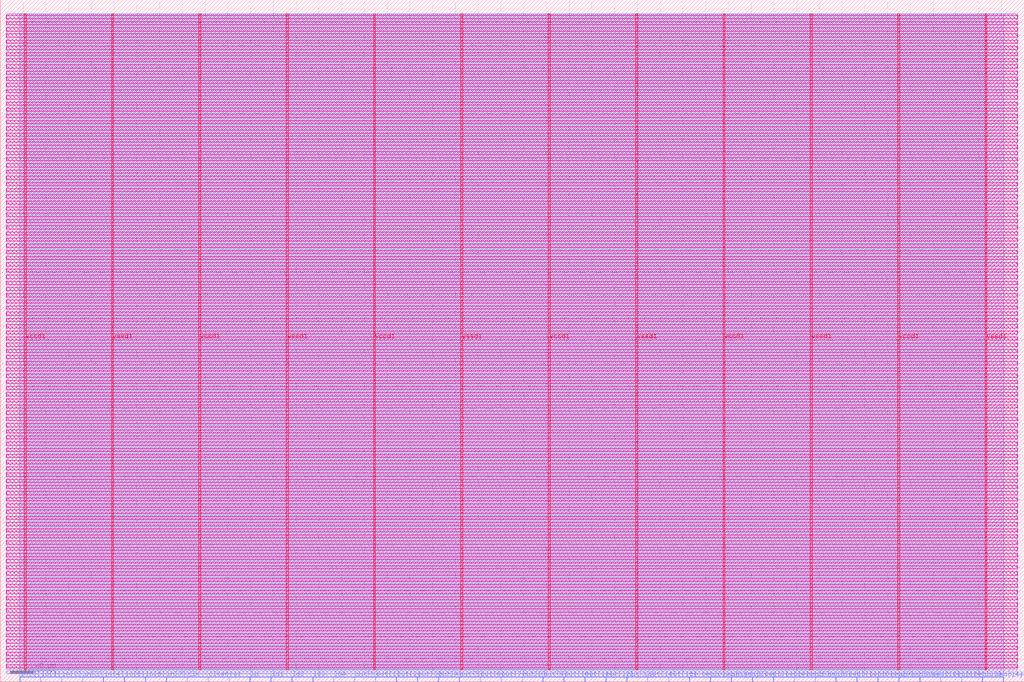
<source format=lef>
VERSION 5.7 ;
  NOWIREEXTENSIONATPIN ON ;
  DIVIDERCHAR "/" ;
  BUSBITCHARS "[]" ;
MACRO mac
  CLASS BLOCK ;
  FOREIGN mac ;
  ORIGIN 0.000 0.000 ;
  SIZE 900.000 BY 600.000 ;
  PIN clk
    DIRECTION INPUT ;
    USE SIGNAL ;
    PORT
      LAYER met2 ;
        RECT 164.310 0.000 164.590 4.000 ;
    END
  END clk
  PIN clken
    DIRECTION INPUT ;
    USE SIGNAL ;
    PORT
      LAYER met2 ;
        RECT 182.710 0.000 182.990 4.000 ;
    END
  END clken
  PIN in[0]
    DIRECTION INPUT ;
    USE SIGNAL ;
    PORT
      LAYER met2 ;
        RECT 17.110 0.000 17.390 4.000 ;
    END
  END in[0]
  PIN in[1]
    DIRECTION INPUT ;
    USE SIGNAL ;
    PORT
      LAYER met2 ;
        RECT 35.510 0.000 35.790 4.000 ;
    END
  END in[1]
  PIN in[2]
    DIRECTION INPUT ;
    USE SIGNAL ;
    PORT
      LAYER met2 ;
        RECT 53.910 0.000 54.190 4.000 ;
    END
  END in[2]
  PIN in[3]
    DIRECTION INPUT ;
    USE SIGNAL ;
    PORT
      LAYER met2 ;
        RECT 72.310 0.000 72.590 4.000 ;
    END
  END in[3]
  PIN in[4]
    DIRECTION INPUT ;
    USE SIGNAL ;
    PORT
      LAYER met2 ;
        RECT 90.710 0.000 90.990 4.000 ;
    END
  END in[4]
  PIN in[5]
    DIRECTION INPUT ;
    USE SIGNAL ;
    PORT
      LAYER met2 ;
        RECT 109.110 0.000 109.390 4.000 ;
    END
  END in[5]
  PIN in[6]
    DIRECTION INPUT ;
    USE SIGNAL ;
    PORT
      LAYER met2 ;
        RECT 127.510 0.000 127.790 4.000 ;
    END
  END in[6]
  PIN in[7]
    DIRECTION INPUT ;
    USE SIGNAL ;
    PORT
      LAYER met2 ;
        RECT 145.910 0.000 146.190 4.000 ;
    END
  END in[7]
  PIN io_oeb[0]
    DIRECTION OUTPUT TRISTATE ;
    USE SIGNAL ;
    PORT
      LAYER met2 ;
        RECT 605.910 0.000 606.190 4.000 ;
    END
  END io_oeb[0]
  PIN io_oeb[10]
    DIRECTION OUTPUT TRISTATE ;
    USE SIGNAL ;
    PORT
      LAYER met2 ;
        RECT 789.910 0.000 790.190 4.000 ;
    END
  END io_oeb[10]
  PIN io_oeb[11]
    DIRECTION OUTPUT TRISTATE ;
    USE SIGNAL ;
    PORT
      LAYER met2 ;
        RECT 808.310 0.000 808.590 4.000 ;
    END
  END io_oeb[11]
  PIN io_oeb[12]
    DIRECTION OUTPUT TRISTATE ;
    USE SIGNAL ;
    PORT
      LAYER met2 ;
        RECT 826.710 0.000 826.990 4.000 ;
    END
  END io_oeb[12]
  PIN io_oeb[13]
    DIRECTION OUTPUT TRISTATE ;
    USE SIGNAL ;
    PORT
      LAYER met2 ;
        RECT 845.110 0.000 845.390 4.000 ;
    END
  END io_oeb[13]
  PIN io_oeb[14]
    DIRECTION OUTPUT TRISTATE ;
    USE SIGNAL ;
    PORT
      LAYER met2 ;
        RECT 863.510 0.000 863.790 4.000 ;
    END
  END io_oeb[14]
  PIN io_oeb[15]
    DIRECTION OUTPUT TRISTATE ;
    USE SIGNAL ;
    PORT
      LAYER met2 ;
        RECT 881.910 0.000 882.190 4.000 ;
    END
  END io_oeb[15]
  PIN io_oeb[1]
    DIRECTION OUTPUT TRISTATE ;
    USE SIGNAL ;
    PORT
      LAYER met2 ;
        RECT 624.310 0.000 624.590 4.000 ;
    END
  END io_oeb[1]
  PIN io_oeb[2]
    DIRECTION OUTPUT TRISTATE ;
    USE SIGNAL ;
    PORT
      LAYER met2 ;
        RECT 642.710 0.000 642.990 4.000 ;
    END
  END io_oeb[2]
  PIN io_oeb[3]
    DIRECTION OUTPUT TRISTATE ;
    USE SIGNAL ;
    PORT
      LAYER met2 ;
        RECT 661.110 0.000 661.390 4.000 ;
    END
  END io_oeb[3]
  PIN io_oeb[4]
    DIRECTION OUTPUT TRISTATE ;
    USE SIGNAL ;
    PORT
      LAYER met2 ;
        RECT 679.510 0.000 679.790 4.000 ;
    END
  END io_oeb[4]
  PIN io_oeb[5]
    DIRECTION OUTPUT TRISTATE ;
    USE SIGNAL ;
    PORT
      LAYER met2 ;
        RECT 697.910 0.000 698.190 4.000 ;
    END
  END io_oeb[5]
  PIN io_oeb[6]
    DIRECTION OUTPUT TRISTATE ;
    USE SIGNAL ;
    PORT
      LAYER met2 ;
        RECT 716.310 0.000 716.590 4.000 ;
    END
  END io_oeb[6]
  PIN io_oeb[7]
    DIRECTION OUTPUT TRISTATE ;
    USE SIGNAL ;
    PORT
      LAYER met2 ;
        RECT 734.710 0.000 734.990 4.000 ;
    END
  END io_oeb[7]
  PIN io_oeb[8]
    DIRECTION OUTPUT TRISTATE ;
    USE SIGNAL ;
    PORT
      LAYER met2 ;
        RECT 753.110 0.000 753.390 4.000 ;
    END
  END io_oeb[8]
  PIN io_oeb[9]
    DIRECTION OUTPUT TRISTATE ;
    USE SIGNAL ;
    PORT
      LAYER met2 ;
        RECT 771.510 0.000 771.790 4.000 ;
    END
  END io_oeb[9]
  PIN ld
    DIRECTION INPUT ;
    USE SIGNAL ;
    PORT
      LAYER met2 ;
        RECT 219.510 0.000 219.790 4.000 ;
    END
  END ld
  PIN ld1
    DIRECTION INPUT ;
    USE SIGNAL ;
    PORT
      LAYER met2 ;
        RECT 237.910 0.000 238.190 4.000 ;
    END
  END ld1
  PIN ld2
    DIRECTION INPUT ;
    USE SIGNAL ;
    PORT
      LAYER met2 ;
        RECT 256.310 0.000 256.590 4.000 ;
    END
  END ld2
  PIN ld3
    DIRECTION INPUT ;
    USE SIGNAL ;
    PORT
      LAYER met2 ;
        RECT 274.710 0.000 274.990 4.000 ;
    END
  END ld3
  PIN ld4
    DIRECTION INPUT ;
    USE SIGNAL ;
    PORT
      LAYER met2 ;
        RECT 293.110 0.000 293.390 4.000 ;
    END
  END ld4
  PIN out[0]
    DIRECTION OUTPUT TRISTATE ;
    USE SIGNAL ;
    PORT
      LAYER met2 ;
        RECT 311.510 0.000 311.790 4.000 ;
    END
  END out[0]
  PIN out[10]
    DIRECTION OUTPUT TRISTATE ;
    USE SIGNAL ;
    PORT
      LAYER met2 ;
        RECT 495.510 0.000 495.790 4.000 ;
    END
  END out[10]
  PIN out[11]
    DIRECTION OUTPUT TRISTATE ;
    USE SIGNAL ;
    PORT
      LAYER met2 ;
        RECT 513.910 0.000 514.190 4.000 ;
    END
  END out[11]
  PIN out[12]
    DIRECTION OUTPUT TRISTATE ;
    USE SIGNAL ;
    PORT
      LAYER met2 ;
        RECT 532.310 0.000 532.590 4.000 ;
    END
  END out[12]
  PIN out[13]
    DIRECTION OUTPUT TRISTATE ;
    USE SIGNAL ;
    PORT
      LAYER met2 ;
        RECT 550.710 0.000 550.990 4.000 ;
    END
  END out[13]
  PIN out[14]
    DIRECTION OUTPUT TRISTATE ;
    USE SIGNAL ;
    PORT
      LAYER met2 ;
        RECT 569.110 0.000 569.390 4.000 ;
    END
  END out[14]
  PIN out[15]
    DIRECTION OUTPUT TRISTATE ;
    USE SIGNAL ;
    PORT
      LAYER met2 ;
        RECT 587.510 0.000 587.790 4.000 ;
    END
  END out[15]
  PIN out[1]
    DIRECTION OUTPUT TRISTATE ;
    USE SIGNAL ;
    PORT
      LAYER met2 ;
        RECT 329.910 0.000 330.190 4.000 ;
    END
  END out[1]
  PIN out[2]
    DIRECTION OUTPUT TRISTATE ;
    USE SIGNAL ;
    PORT
      LAYER met2 ;
        RECT 348.310 0.000 348.590 4.000 ;
    END
  END out[2]
  PIN out[3]
    DIRECTION OUTPUT TRISTATE ;
    USE SIGNAL ;
    PORT
      LAYER met2 ;
        RECT 366.710 0.000 366.990 4.000 ;
    END
  END out[3]
  PIN out[4]
    DIRECTION OUTPUT TRISTATE ;
    USE SIGNAL ;
    PORT
      LAYER met2 ;
        RECT 385.110 0.000 385.390 4.000 ;
    END
  END out[4]
  PIN out[5]
    DIRECTION OUTPUT TRISTATE ;
    USE SIGNAL ;
    PORT
      LAYER met2 ;
        RECT 403.510 0.000 403.790 4.000 ;
    END
  END out[5]
  PIN out[6]
    DIRECTION OUTPUT TRISTATE ;
    USE SIGNAL ;
    PORT
      LAYER met2 ;
        RECT 421.910 0.000 422.190 4.000 ;
    END
  END out[6]
  PIN out[7]
    DIRECTION OUTPUT TRISTATE ;
    USE SIGNAL ;
    PORT
      LAYER met2 ;
        RECT 440.310 0.000 440.590 4.000 ;
    END
  END out[7]
  PIN out[8]
    DIRECTION OUTPUT TRISTATE ;
    USE SIGNAL ;
    PORT
      LAYER met2 ;
        RECT 458.710 0.000 458.990 4.000 ;
    END
  END out[8]
  PIN out[9]
    DIRECTION OUTPUT TRISTATE ;
    USE SIGNAL ;
    PORT
      LAYER met2 ;
        RECT 477.110 0.000 477.390 4.000 ;
    END
  END out[9]
  PIN rst
    DIRECTION INPUT ;
    USE SIGNAL ;
    PORT
      LAYER met2 ;
        RECT 201.110 0.000 201.390 4.000 ;
    END
  END rst
  PIN vccd1
    DIRECTION INOUT ;
    USE POWER ;
    PORT
      LAYER met4 ;
        RECT 21.040 10.640 22.640 587.760 ;
    END
    PORT
      LAYER met4 ;
        RECT 174.640 10.640 176.240 587.760 ;
    END
    PORT
      LAYER met4 ;
        RECT 328.240 10.640 329.840 587.760 ;
    END
    PORT
      LAYER met4 ;
        RECT 481.840 10.640 483.440 587.760 ;
    END
    PORT
      LAYER met4 ;
        RECT 635.440 10.640 637.040 587.760 ;
    END
    PORT
      LAYER met4 ;
        RECT 789.040 10.640 790.640 587.760 ;
    END
  END vccd1
  PIN vssd1
    DIRECTION INOUT ;
    USE GROUND ;
    PORT
      LAYER met4 ;
        RECT 97.840 10.640 99.440 587.760 ;
    END
    PORT
      LAYER met4 ;
        RECT 251.440 10.640 253.040 587.760 ;
    END
    PORT
      LAYER met4 ;
        RECT 405.040 10.640 406.640 587.760 ;
    END
    PORT
      LAYER met4 ;
        RECT 558.640 10.640 560.240 587.760 ;
    END
    PORT
      LAYER met4 ;
        RECT 712.240 10.640 713.840 587.760 ;
    END
    PORT
      LAYER met4 ;
        RECT 865.840 10.640 867.440 587.760 ;
    END
  END vssd1
  OBS
      LAYER nwell ;
        RECT 5.330 583.385 894.430 586.215 ;
        RECT 5.330 577.945 894.430 580.775 ;
        RECT 5.330 572.505 894.430 575.335 ;
        RECT 5.330 567.065 894.430 569.895 ;
        RECT 5.330 561.625 894.430 564.455 ;
        RECT 5.330 556.185 894.430 559.015 ;
        RECT 5.330 550.745 894.430 553.575 ;
        RECT 5.330 545.305 894.430 548.135 ;
        RECT 5.330 539.865 894.430 542.695 ;
        RECT 5.330 534.425 894.430 537.255 ;
        RECT 5.330 528.985 894.430 531.815 ;
        RECT 5.330 523.545 894.430 526.375 ;
        RECT 5.330 518.105 894.430 520.935 ;
        RECT 5.330 512.665 894.430 515.495 ;
        RECT 5.330 507.225 894.430 510.055 ;
        RECT 5.330 501.785 894.430 504.615 ;
        RECT 5.330 496.345 894.430 499.175 ;
        RECT 5.330 490.905 894.430 493.735 ;
        RECT 5.330 485.465 894.430 488.295 ;
        RECT 5.330 480.025 894.430 482.855 ;
        RECT 5.330 474.585 894.430 477.415 ;
        RECT 5.330 469.145 894.430 471.975 ;
        RECT 5.330 463.705 894.430 466.535 ;
        RECT 5.330 458.265 894.430 461.095 ;
        RECT 5.330 452.825 894.430 455.655 ;
        RECT 5.330 447.385 894.430 450.215 ;
        RECT 5.330 441.945 894.430 444.775 ;
        RECT 5.330 436.505 894.430 439.335 ;
        RECT 5.330 431.065 894.430 433.895 ;
        RECT 5.330 425.625 894.430 428.455 ;
        RECT 5.330 420.185 894.430 423.015 ;
        RECT 5.330 414.745 894.430 417.575 ;
        RECT 5.330 409.305 894.430 412.135 ;
        RECT 5.330 403.865 894.430 406.695 ;
        RECT 5.330 398.425 894.430 401.255 ;
        RECT 5.330 392.985 894.430 395.815 ;
        RECT 5.330 387.545 894.430 390.375 ;
        RECT 5.330 382.105 894.430 384.935 ;
        RECT 5.330 376.665 894.430 379.495 ;
        RECT 5.330 371.225 894.430 374.055 ;
        RECT 5.330 365.785 894.430 368.615 ;
        RECT 5.330 360.345 894.430 363.175 ;
        RECT 5.330 354.905 894.430 357.735 ;
        RECT 5.330 349.465 894.430 352.295 ;
        RECT 5.330 344.025 894.430 346.855 ;
        RECT 5.330 338.585 894.430 341.415 ;
        RECT 5.330 333.145 894.430 335.975 ;
        RECT 5.330 327.705 894.430 330.535 ;
        RECT 5.330 322.265 894.430 325.095 ;
        RECT 5.330 316.825 894.430 319.655 ;
        RECT 5.330 311.385 894.430 314.215 ;
        RECT 5.330 305.945 894.430 308.775 ;
        RECT 5.330 300.505 894.430 303.335 ;
        RECT 5.330 295.065 894.430 297.895 ;
        RECT 5.330 289.625 894.430 292.455 ;
        RECT 5.330 284.185 894.430 287.015 ;
        RECT 5.330 278.745 894.430 281.575 ;
        RECT 5.330 273.305 894.430 276.135 ;
        RECT 5.330 267.865 894.430 270.695 ;
        RECT 5.330 262.425 894.430 265.255 ;
        RECT 5.330 256.985 894.430 259.815 ;
        RECT 5.330 251.545 894.430 254.375 ;
        RECT 5.330 246.105 894.430 248.935 ;
        RECT 5.330 240.665 894.430 243.495 ;
        RECT 5.330 235.225 894.430 238.055 ;
        RECT 5.330 229.785 894.430 232.615 ;
        RECT 5.330 224.345 894.430 227.175 ;
        RECT 5.330 218.905 894.430 221.735 ;
        RECT 5.330 213.465 894.430 216.295 ;
        RECT 5.330 208.025 894.430 210.855 ;
        RECT 5.330 202.585 894.430 205.415 ;
        RECT 5.330 197.145 894.430 199.975 ;
        RECT 5.330 191.705 894.430 194.535 ;
        RECT 5.330 186.265 894.430 189.095 ;
        RECT 5.330 180.825 894.430 183.655 ;
        RECT 5.330 175.385 894.430 178.215 ;
        RECT 5.330 169.945 894.430 172.775 ;
        RECT 5.330 164.505 894.430 167.335 ;
        RECT 5.330 159.065 894.430 161.895 ;
        RECT 5.330 153.625 894.430 156.455 ;
        RECT 5.330 148.185 894.430 151.015 ;
        RECT 5.330 142.745 894.430 145.575 ;
        RECT 5.330 137.305 894.430 140.135 ;
        RECT 5.330 131.865 894.430 134.695 ;
        RECT 5.330 126.425 894.430 129.255 ;
        RECT 5.330 120.985 894.430 123.815 ;
        RECT 5.330 115.545 894.430 118.375 ;
        RECT 5.330 110.105 894.430 112.935 ;
        RECT 5.330 104.665 894.430 107.495 ;
        RECT 5.330 99.225 894.430 102.055 ;
        RECT 5.330 93.785 894.430 96.615 ;
        RECT 5.330 88.345 894.430 91.175 ;
        RECT 5.330 82.905 894.430 85.735 ;
        RECT 5.330 77.465 894.430 80.295 ;
        RECT 5.330 72.025 894.430 74.855 ;
        RECT 5.330 66.585 894.430 69.415 ;
        RECT 5.330 61.145 894.430 63.975 ;
        RECT 5.330 55.705 894.430 58.535 ;
        RECT 5.330 50.265 894.430 53.095 ;
        RECT 5.330 44.825 894.430 47.655 ;
        RECT 5.330 39.385 894.430 42.215 ;
        RECT 5.330 33.945 894.430 36.775 ;
        RECT 5.330 28.505 894.430 31.335 ;
        RECT 5.330 23.065 894.430 25.895 ;
        RECT 5.330 17.625 894.430 20.455 ;
        RECT 5.330 12.185 894.430 15.015 ;
      LAYER li1 ;
        RECT 5.520 10.795 894.240 587.605 ;
      LAYER met1 ;
        RECT 5.520 7.180 894.240 587.760 ;
      LAYER met2 ;
        RECT 17.120 4.280 882.180 587.705 ;
        RECT 17.670 4.000 35.230 4.280 ;
        RECT 36.070 4.000 53.630 4.280 ;
        RECT 54.470 4.000 72.030 4.280 ;
        RECT 72.870 4.000 90.430 4.280 ;
        RECT 91.270 4.000 108.830 4.280 ;
        RECT 109.670 4.000 127.230 4.280 ;
        RECT 128.070 4.000 145.630 4.280 ;
        RECT 146.470 4.000 164.030 4.280 ;
        RECT 164.870 4.000 182.430 4.280 ;
        RECT 183.270 4.000 200.830 4.280 ;
        RECT 201.670 4.000 219.230 4.280 ;
        RECT 220.070 4.000 237.630 4.280 ;
        RECT 238.470 4.000 256.030 4.280 ;
        RECT 256.870 4.000 274.430 4.280 ;
        RECT 275.270 4.000 292.830 4.280 ;
        RECT 293.670 4.000 311.230 4.280 ;
        RECT 312.070 4.000 329.630 4.280 ;
        RECT 330.470 4.000 348.030 4.280 ;
        RECT 348.870 4.000 366.430 4.280 ;
        RECT 367.270 4.000 384.830 4.280 ;
        RECT 385.670 4.000 403.230 4.280 ;
        RECT 404.070 4.000 421.630 4.280 ;
        RECT 422.470 4.000 440.030 4.280 ;
        RECT 440.870 4.000 458.430 4.280 ;
        RECT 459.270 4.000 476.830 4.280 ;
        RECT 477.670 4.000 495.230 4.280 ;
        RECT 496.070 4.000 513.630 4.280 ;
        RECT 514.470 4.000 532.030 4.280 ;
        RECT 532.870 4.000 550.430 4.280 ;
        RECT 551.270 4.000 568.830 4.280 ;
        RECT 569.670 4.000 587.230 4.280 ;
        RECT 588.070 4.000 605.630 4.280 ;
        RECT 606.470 4.000 624.030 4.280 ;
        RECT 624.870 4.000 642.430 4.280 ;
        RECT 643.270 4.000 660.830 4.280 ;
        RECT 661.670 4.000 679.230 4.280 ;
        RECT 680.070 4.000 697.630 4.280 ;
        RECT 698.470 4.000 716.030 4.280 ;
        RECT 716.870 4.000 734.430 4.280 ;
        RECT 735.270 4.000 752.830 4.280 ;
        RECT 753.670 4.000 771.230 4.280 ;
        RECT 772.070 4.000 789.630 4.280 ;
        RECT 790.470 4.000 808.030 4.280 ;
        RECT 808.870 4.000 826.430 4.280 ;
        RECT 827.270 4.000 844.830 4.280 ;
        RECT 845.670 4.000 863.230 4.280 ;
        RECT 864.070 4.000 881.630 4.280 ;
      LAYER met3 ;
        RECT 21.050 10.715 867.430 587.685 ;
  END
END mac
END LIBRARY


</source>
